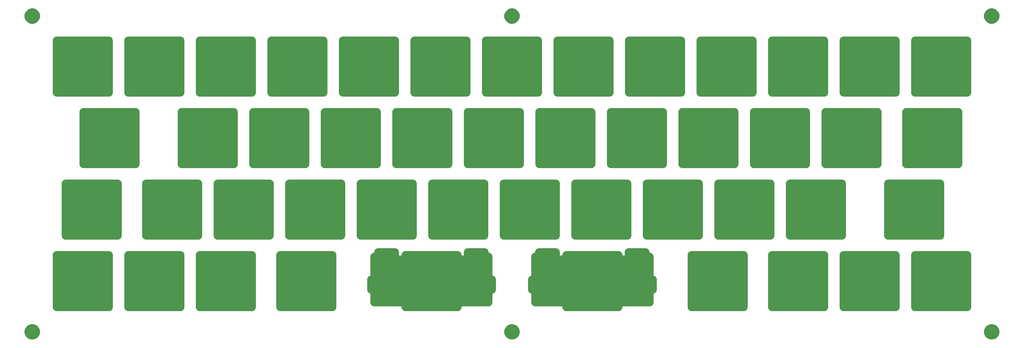
<source format=gbs>
G04 #@! TF.GenerationSoftware,KiCad,Pcbnew,(5.1.5-0-10_14)*
G04 #@! TF.CreationDate,2020-11-29T10:15:32+01:00*
G04 #@! TF.ProjectId,plate,706c6174-652e-46b6-9963-61645f706362,rev?*
G04 #@! TF.SameCoordinates,Original*
G04 #@! TF.FileFunction,Soldermask,Bot*
G04 #@! TF.FilePolarity,Negative*
%FSLAX46Y46*%
G04 Gerber Fmt 4.6, Leading zero omitted, Abs format (unit mm)*
G04 Created by KiCad (PCBNEW (5.1.5-0-10_14)) date 2020-11-29 10:15:32*
%MOMM*%
%LPD*%
G04 APERTURE LIST*
%ADD10C,2.000000*%
%ADD11C,0.100000*%
G04 APERTURE END LIST*
D10*
G36*
X258746250Y-202135000D02*
G01*
X272716250Y-202135000D01*
X272741650Y-200636400D01*
X272741650Y-200839600D01*
X274341850Y-200839600D01*
X280996650Y-200839600D01*
X280996650Y-197436000D01*
X281860250Y-197436000D01*
X281860250Y-194642000D01*
X280996650Y-194642000D01*
X280996650Y-188546000D01*
X279955250Y-188546000D01*
X279955250Y-187377600D01*
X275383250Y-187377600D01*
X275383250Y-188546000D01*
X275434050Y-189308000D01*
X274341850Y-189333400D01*
X272716250Y-189333400D01*
X272716250Y-188165000D01*
X258746250Y-188165000D01*
X258746250Y-189333400D01*
X257120650Y-189333400D01*
X256079250Y-189308000D01*
X256079250Y-188546000D01*
X256079250Y-187377600D01*
X251507250Y-187377600D01*
X251507250Y-188546000D01*
X250465850Y-188546000D01*
X250465850Y-194642000D01*
X249602250Y-194642000D01*
X249602250Y-197436000D01*
X250465850Y-197436000D01*
X250465850Y-200839600D01*
X257120650Y-200839600D01*
X259686050Y-200839600D01*
X258746250Y-200026800D01*
X258746250Y-202135000D01*
G37*
X258746250Y-202135000D02*
X272716250Y-202135000D01*
X272741650Y-200636400D01*
X272741650Y-200839600D01*
X274341850Y-200839600D01*
X280996650Y-200839600D01*
X280996650Y-197436000D01*
X281860250Y-197436000D01*
X281860250Y-194642000D01*
X280996650Y-194642000D01*
X280996650Y-188546000D01*
X279955250Y-188546000D01*
X279955250Y-187377600D01*
X275383250Y-187377600D01*
X275383250Y-188546000D01*
X275434050Y-189308000D01*
X274341850Y-189333400D01*
X272716250Y-189333400D01*
X272716250Y-188165000D01*
X258746250Y-188165000D01*
X258746250Y-189333400D01*
X257120650Y-189333400D01*
X256079250Y-189308000D01*
X256079250Y-188546000D01*
X256079250Y-187377600D01*
X251507250Y-187377600D01*
X251507250Y-188546000D01*
X250465850Y-188546000D01*
X250465850Y-194642000D01*
X249602250Y-194642000D01*
X249602250Y-197436000D01*
X250465850Y-197436000D01*
X250465850Y-200839600D01*
X257120650Y-200839600D01*
X259686050Y-200839600D01*
X258746250Y-200026800D01*
X258746250Y-202135000D01*
G36*
X215883750Y-202135000D02*
G01*
X229853750Y-202135000D01*
X229879150Y-200636400D01*
X229879150Y-200839600D01*
X231479350Y-200839600D01*
X238134150Y-200839600D01*
X238134150Y-197436000D01*
X238997750Y-197436000D01*
X238997750Y-194642000D01*
X238134150Y-194642000D01*
X238134150Y-188546000D01*
X237092750Y-188546000D01*
X237092750Y-187377600D01*
X232520750Y-187377600D01*
X232520750Y-188546000D01*
X232571550Y-189308000D01*
X231479350Y-189333400D01*
X229853750Y-189333400D01*
X229853750Y-188165000D01*
X215883750Y-188165000D01*
X215883750Y-189333400D01*
X214258150Y-189333400D01*
X213216750Y-189308000D01*
X213216750Y-188546000D01*
X213216750Y-187377600D01*
X208644750Y-187377600D01*
X208644750Y-188546000D01*
X207603350Y-188546000D01*
X207603350Y-194642000D01*
X206739750Y-194642000D01*
X206739750Y-197436000D01*
X207603350Y-197436000D01*
X207603350Y-200839600D01*
X214258150Y-200839600D01*
X216823550Y-200839600D01*
X215883750Y-200026800D01*
X215883750Y-202135000D01*
G37*
X215883750Y-202135000D02*
X229853750Y-202135000D01*
X229879150Y-200636400D01*
X229879150Y-200839600D01*
X231479350Y-200839600D01*
X238134150Y-200839600D01*
X238134150Y-197436000D01*
X238997750Y-197436000D01*
X238997750Y-194642000D01*
X238134150Y-194642000D01*
X238134150Y-188546000D01*
X237092750Y-188546000D01*
X237092750Y-187377600D01*
X232520750Y-187377600D01*
X232520750Y-188546000D01*
X232571550Y-189308000D01*
X231479350Y-189333400D01*
X229853750Y-189333400D01*
X229853750Y-188165000D01*
X215883750Y-188165000D01*
X215883750Y-189333400D01*
X214258150Y-189333400D01*
X213216750Y-189308000D01*
X213216750Y-188546000D01*
X213216750Y-187377600D01*
X208644750Y-187377600D01*
X208644750Y-188546000D01*
X207603350Y-188546000D01*
X207603350Y-194642000D01*
X206739750Y-194642000D01*
X206739750Y-197436000D01*
X207603350Y-197436000D01*
X207603350Y-200839600D01*
X214258150Y-200839600D01*
X216823550Y-200839600D01*
X215883750Y-200026800D01*
X215883750Y-202135000D01*
G36*
X344471250Y-183085000D02*
G01*
X358441250Y-183085000D01*
X358441250Y-169115000D01*
X344471250Y-169115000D01*
X344471250Y-183085000D01*
G37*
X344471250Y-183085000D02*
X358441250Y-183085000D01*
X358441250Y-169115000D01*
X344471250Y-169115000D01*
X344471250Y-183085000D01*
G36*
X130158750Y-164035000D02*
G01*
X144128750Y-164035000D01*
X144128750Y-150065000D01*
X130158750Y-150065000D01*
X130158750Y-164035000D01*
G37*
X130158750Y-164035000D02*
X144128750Y-164035000D01*
X144128750Y-150065000D01*
X130158750Y-150065000D01*
X130158750Y-164035000D01*
G36*
X292083750Y-202135000D02*
G01*
X306053750Y-202135000D01*
X306053750Y-188165000D01*
X292083750Y-188165000D01*
X292083750Y-202135000D01*
G37*
X292083750Y-202135000D02*
X306053750Y-202135000D01*
X306053750Y-188165000D01*
X292083750Y-188165000D01*
X292083750Y-202135000D01*
G36*
X125396250Y-183085000D02*
G01*
X139366250Y-183085000D01*
X139366250Y-169115000D01*
X125396250Y-169115000D01*
X125396250Y-183085000D01*
G37*
X125396250Y-183085000D02*
X139366250Y-183085000D01*
X139366250Y-169115000D01*
X125396250Y-169115000D01*
X125396250Y-183085000D01*
G36*
X349233750Y-164035000D02*
G01*
X363203750Y-164035000D01*
X363203750Y-150065000D01*
X349233750Y-150065000D01*
X349233750Y-164035000D01*
G37*
X349233750Y-164035000D02*
X363203750Y-164035000D01*
X363203750Y-150065000D01*
X349233750Y-150065000D01*
X349233750Y-164035000D01*
G36*
X182546250Y-202135000D02*
G01*
X196516250Y-202135000D01*
X196516250Y-188165000D01*
X182546250Y-188165000D01*
X182546250Y-202135000D01*
G37*
X182546250Y-202135000D02*
X196516250Y-202135000D01*
X196516250Y-188165000D01*
X182546250Y-188165000D01*
X182546250Y-202135000D01*
G36*
X184927500Y-183085000D02*
G01*
X198897500Y-183085000D01*
X198897500Y-169115000D01*
X184927500Y-169115000D01*
X184927500Y-183085000D01*
G37*
X184927500Y-183085000D02*
X198897500Y-183085000D01*
X198897500Y-169115000D01*
X184927500Y-169115000D01*
X184927500Y-183085000D01*
G36*
X223027500Y-183085000D02*
G01*
X236997500Y-183085000D01*
X236997500Y-169115000D01*
X223027500Y-169115000D01*
X223027500Y-183085000D01*
G37*
X223027500Y-183085000D02*
X236997500Y-183085000D01*
X236997500Y-169115000D01*
X223027500Y-169115000D01*
X223027500Y-183085000D01*
G36*
X332565000Y-202135000D02*
G01*
X346535000Y-202135000D01*
X346535000Y-188165000D01*
X332565000Y-188165000D01*
X332565000Y-202135000D01*
G37*
X332565000Y-202135000D02*
X346535000Y-202135000D01*
X346535000Y-188165000D01*
X332565000Y-188165000D01*
X332565000Y-202135000D01*
G36*
X299227500Y-183085000D02*
G01*
X313197500Y-183085000D01*
X313197500Y-169115000D01*
X299227500Y-169115000D01*
X299227500Y-183085000D01*
G37*
X299227500Y-183085000D02*
X313197500Y-183085000D01*
X313197500Y-169115000D01*
X299227500Y-169115000D01*
X299227500Y-183085000D01*
G36*
X346535000Y-131015000D02*
G01*
X332565000Y-131015000D01*
X332565000Y-144985000D01*
X346535000Y-144985000D01*
X346535000Y-131015000D01*
G37*
X346535000Y-131015000D02*
X332565000Y-131015000D01*
X332565000Y-144985000D01*
X346535000Y-144985000D01*
X346535000Y-131015000D01*
G36*
X351615000Y-202135000D02*
G01*
X365585000Y-202135000D01*
X365585000Y-188165000D01*
X351615000Y-188165000D01*
X351615000Y-202135000D01*
G37*
X351615000Y-202135000D02*
X365585000Y-202135000D01*
X365585000Y-188165000D01*
X351615000Y-188165000D01*
X351615000Y-202135000D01*
G36*
X313515000Y-202135000D02*
G01*
X327485000Y-202135000D01*
X327485000Y-188165000D01*
X313515000Y-188165000D01*
X313515000Y-202135000D01*
G37*
X313515000Y-202135000D02*
X327485000Y-202135000D01*
X327485000Y-188165000D01*
X313515000Y-188165000D01*
X313515000Y-202135000D01*
G36*
X161115000Y-202135000D02*
G01*
X175085000Y-202135000D01*
X175085000Y-188165000D01*
X161115000Y-188165000D01*
X161115000Y-202135000D01*
G37*
X161115000Y-202135000D02*
X175085000Y-202135000D01*
X175085000Y-188165000D01*
X161115000Y-188165000D01*
X161115000Y-202135000D01*
G36*
X142065000Y-202135000D02*
G01*
X156035000Y-202135000D01*
X156035000Y-188165000D01*
X142065000Y-188165000D01*
X142065000Y-202135000D01*
G37*
X142065000Y-202135000D02*
X156035000Y-202135000D01*
X156035000Y-188165000D01*
X142065000Y-188165000D01*
X142065000Y-202135000D01*
G36*
X123015000Y-202135000D02*
G01*
X136985000Y-202135000D01*
X136985000Y-188165000D01*
X123015000Y-188165000D01*
X123015000Y-202135000D01*
G37*
X123015000Y-202135000D02*
X136985000Y-202135000D01*
X136985000Y-188165000D01*
X123015000Y-188165000D01*
X123015000Y-202135000D01*
G36*
X318277500Y-183085000D02*
G01*
X332247500Y-183085000D01*
X332247500Y-169115000D01*
X318277500Y-169115000D01*
X318277500Y-183085000D01*
G37*
X318277500Y-183085000D02*
X332247500Y-183085000D01*
X332247500Y-169115000D01*
X318277500Y-169115000D01*
X318277500Y-183085000D01*
G36*
X280177500Y-183085000D02*
G01*
X294147500Y-183085000D01*
X294147500Y-169115000D01*
X280177500Y-169115000D01*
X280177500Y-183085000D01*
G37*
X280177500Y-183085000D02*
X294147500Y-183085000D01*
X294147500Y-169115000D01*
X280177500Y-169115000D01*
X280177500Y-183085000D01*
G36*
X261127500Y-183085000D02*
G01*
X275097500Y-183085000D01*
X275097500Y-169115000D01*
X261127500Y-169115000D01*
X261127500Y-183085000D01*
G37*
X261127500Y-183085000D02*
X275097500Y-183085000D01*
X275097500Y-169115000D01*
X261127500Y-169115000D01*
X261127500Y-183085000D01*
G36*
X242077500Y-183085000D02*
G01*
X256047500Y-183085000D01*
X256047500Y-169115000D01*
X242077500Y-169115000D01*
X242077500Y-183085000D01*
G37*
X242077500Y-183085000D02*
X256047500Y-183085000D01*
X256047500Y-169115000D01*
X242077500Y-169115000D01*
X242077500Y-183085000D01*
G36*
X203977500Y-183085000D02*
G01*
X217947500Y-183085000D01*
X217947500Y-169115000D01*
X203977500Y-169115000D01*
X203977500Y-183085000D01*
G37*
X203977500Y-183085000D02*
X217947500Y-183085000D01*
X217947500Y-169115000D01*
X203977500Y-169115000D01*
X203977500Y-183085000D01*
G36*
X165877500Y-183085000D02*
G01*
X179847500Y-183085000D01*
X179847500Y-169115000D01*
X165877500Y-169115000D01*
X165877500Y-183085000D01*
G37*
X165877500Y-183085000D02*
X179847500Y-183085000D01*
X179847500Y-169115000D01*
X165877500Y-169115000D01*
X165877500Y-183085000D01*
G36*
X146827500Y-183085000D02*
G01*
X160797500Y-183085000D01*
X160797500Y-169115000D01*
X146827500Y-169115000D01*
X146827500Y-183085000D01*
G37*
X146827500Y-183085000D02*
X160797500Y-183085000D01*
X160797500Y-169115000D01*
X146827500Y-169115000D01*
X146827500Y-183085000D01*
G36*
X327802500Y-164035000D02*
G01*
X341772500Y-164035000D01*
X341772500Y-150065000D01*
X327802500Y-150065000D01*
X327802500Y-164035000D01*
G37*
X327802500Y-164035000D02*
X341772500Y-164035000D01*
X341772500Y-150065000D01*
X327802500Y-150065000D01*
X327802500Y-164035000D01*
G36*
X308752500Y-164035000D02*
G01*
X322722500Y-164035000D01*
X322722500Y-150065000D01*
X308752500Y-150065000D01*
X308752500Y-164035000D01*
G37*
X308752500Y-164035000D02*
X322722500Y-164035000D01*
X322722500Y-150065000D01*
X308752500Y-150065000D01*
X308752500Y-164035000D01*
G36*
X289702500Y-164035000D02*
G01*
X303672500Y-164035000D01*
X303672500Y-150065000D01*
X289702500Y-150065000D01*
X289702500Y-164035000D01*
G37*
X289702500Y-164035000D02*
X303672500Y-164035000D01*
X303672500Y-150065000D01*
X289702500Y-150065000D01*
X289702500Y-164035000D01*
G36*
X270652500Y-164035000D02*
G01*
X284622500Y-164035000D01*
X284622500Y-150065000D01*
X270652500Y-150065000D01*
X270652500Y-164035000D01*
G37*
X270652500Y-164035000D02*
X284622500Y-164035000D01*
X284622500Y-150065000D01*
X270652500Y-150065000D01*
X270652500Y-164035000D01*
G36*
X251602500Y-164035000D02*
G01*
X265572500Y-164035000D01*
X265572500Y-150065000D01*
X251602500Y-150065000D01*
X251602500Y-164035000D01*
G37*
X251602500Y-164035000D02*
X265572500Y-164035000D01*
X265572500Y-150065000D01*
X251602500Y-150065000D01*
X251602500Y-164035000D01*
G36*
X232552500Y-164035000D02*
G01*
X246522500Y-164035000D01*
X246522500Y-150065000D01*
X232552500Y-150065000D01*
X232552500Y-164035000D01*
G37*
X232552500Y-164035000D02*
X246522500Y-164035000D01*
X246522500Y-150065000D01*
X232552500Y-150065000D01*
X232552500Y-164035000D01*
G36*
X213502500Y-164035000D02*
G01*
X227472500Y-164035000D01*
X227472500Y-150065000D01*
X213502500Y-150065000D01*
X213502500Y-164035000D01*
G37*
X213502500Y-164035000D02*
X227472500Y-164035000D01*
X227472500Y-150065000D01*
X213502500Y-150065000D01*
X213502500Y-164035000D01*
G36*
X194452500Y-164035000D02*
G01*
X208422500Y-164035000D01*
X208422500Y-150065000D01*
X194452500Y-150065000D01*
X194452500Y-164035000D01*
G37*
X194452500Y-164035000D02*
X208422500Y-164035000D01*
X208422500Y-150065000D01*
X194452500Y-150065000D01*
X194452500Y-164035000D01*
G36*
X175402500Y-164035000D02*
G01*
X189372500Y-164035000D01*
X189372500Y-150065000D01*
X175402500Y-150065000D01*
X175402500Y-164035000D01*
G37*
X175402500Y-164035000D02*
X189372500Y-164035000D01*
X189372500Y-150065000D01*
X175402500Y-150065000D01*
X175402500Y-164035000D01*
G36*
X156352500Y-164035000D02*
G01*
X170322500Y-164035000D01*
X170322500Y-150065000D01*
X156352500Y-150065000D01*
X156352500Y-164035000D01*
G37*
X156352500Y-164035000D02*
X170322500Y-164035000D01*
X170322500Y-150065000D01*
X156352500Y-150065000D01*
X156352500Y-164035000D01*
G36*
X365585000Y-131015000D02*
G01*
X351615000Y-131015000D01*
X351615000Y-144985000D01*
X365585000Y-144985000D01*
X365585000Y-131015000D01*
G37*
X365585000Y-131015000D02*
X351615000Y-131015000D01*
X351615000Y-144985000D01*
X365585000Y-144985000D01*
X365585000Y-131015000D01*
G36*
X313515000Y-144985000D02*
G01*
X327485000Y-144985000D01*
X327485000Y-131015000D01*
X313515000Y-131015000D01*
X313515000Y-144985000D01*
G37*
X313515000Y-144985000D02*
X327485000Y-144985000D01*
X327485000Y-131015000D01*
X313515000Y-131015000D01*
X313515000Y-144985000D01*
G36*
X294465000Y-144985000D02*
G01*
X308435000Y-144985000D01*
X308435000Y-131015000D01*
X294465000Y-131015000D01*
X294465000Y-144985000D01*
G37*
X294465000Y-144985000D02*
X308435000Y-144985000D01*
X308435000Y-131015000D01*
X294465000Y-131015000D01*
X294465000Y-144985000D01*
G36*
X275415000Y-144985000D02*
G01*
X289385000Y-144985000D01*
X289385000Y-131015000D01*
X275415000Y-131015000D01*
X275415000Y-144985000D01*
G37*
X275415000Y-144985000D02*
X289385000Y-144985000D01*
X289385000Y-131015000D01*
X275415000Y-131015000D01*
X275415000Y-144985000D01*
G36*
X256365000Y-144985000D02*
G01*
X270335000Y-144985000D01*
X270335000Y-131015000D01*
X256365000Y-131015000D01*
X256365000Y-144985000D01*
G37*
X256365000Y-144985000D02*
X270335000Y-144985000D01*
X270335000Y-131015000D01*
X256365000Y-131015000D01*
X256365000Y-144985000D01*
G36*
X237315000Y-144985000D02*
G01*
X251285000Y-144985000D01*
X251285000Y-131015000D01*
X237315000Y-131015000D01*
X237315000Y-144985000D01*
G37*
X237315000Y-144985000D02*
X251285000Y-144985000D01*
X251285000Y-131015000D01*
X237315000Y-131015000D01*
X237315000Y-144985000D01*
G36*
X218265000Y-144985000D02*
G01*
X232235000Y-144985000D01*
X232235000Y-131015000D01*
X218265000Y-131015000D01*
X218265000Y-144985000D01*
G37*
X218265000Y-144985000D02*
X232235000Y-144985000D01*
X232235000Y-131015000D01*
X218265000Y-131015000D01*
X218265000Y-144985000D01*
G36*
X199215000Y-144985000D02*
G01*
X213185000Y-144985000D01*
X213185000Y-131015000D01*
X199215000Y-131015000D01*
X199215000Y-144985000D01*
G37*
X199215000Y-144985000D02*
X213185000Y-144985000D01*
X213185000Y-131015000D01*
X199215000Y-131015000D01*
X199215000Y-144985000D01*
G36*
X180165000Y-144985000D02*
G01*
X194135000Y-144985000D01*
X194135000Y-131015000D01*
X180165000Y-131015000D01*
X180165000Y-144985000D01*
G37*
X180165000Y-144985000D02*
X194135000Y-144985000D01*
X194135000Y-131015000D01*
X180165000Y-131015000D01*
X180165000Y-144985000D01*
G36*
X161115000Y-144985000D02*
G01*
X175085000Y-144985000D01*
X175085000Y-131015000D01*
X161115000Y-131015000D01*
X161115000Y-144985000D01*
G37*
X161115000Y-144985000D02*
X175085000Y-144985000D01*
X175085000Y-131015000D01*
X161115000Y-131015000D01*
X161115000Y-144985000D01*
G36*
X142065000Y-144985000D02*
G01*
X156035000Y-144985000D01*
X156035000Y-131015000D01*
X142065000Y-131015000D01*
X142065000Y-144985000D01*
G37*
X142065000Y-144985000D02*
X156035000Y-144985000D01*
X156035000Y-131015000D01*
X142065000Y-131015000D01*
X142065000Y-144985000D01*
G36*
X136985000Y-131015000D02*
G01*
X123015000Y-131015000D01*
X123015000Y-144985000D01*
X136985000Y-144985000D01*
X136985000Y-131015000D01*
G37*
X136985000Y-131015000D02*
X123015000Y-131015000D01*
X123015000Y-144985000D01*
X136985000Y-144985000D01*
X136985000Y-131015000D01*
D11*
G36*
X372667754Y-206648318D02*
G01*
X373041011Y-206802926D01*
X373041013Y-206802927D01*
X373376936Y-207027384D01*
X373662616Y-207313064D01*
X373887074Y-207648989D01*
X374041682Y-208022246D01*
X374120500Y-208418493D01*
X374120500Y-208822507D01*
X374041682Y-209218754D01*
X373887074Y-209592011D01*
X373887073Y-209592013D01*
X373662616Y-209927936D01*
X373376936Y-210213616D01*
X373041013Y-210438073D01*
X373041012Y-210438074D01*
X373041011Y-210438074D01*
X372667754Y-210592682D01*
X372271507Y-210671500D01*
X371867493Y-210671500D01*
X371471246Y-210592682D01*
X371097989Y-210438074D01*
X371097988Y-210438074D01*
X371097987Y-210438073D01*
X370762064Y-210213616D01*
X370476384Y-209927936D01*
X370251927Y-209592013D01*
X370251926Y-209592011D01*
X370097318Y-209218754D01*
X370018500Y-208822507D01*
X370018500Y-208418493D01*
X370097318Y-208022246D01*
X370251926Y-207648989D01*
X370476384Y-207313064D01*
X370762064Y-207027384D01*
X371097987Y-206802927D01*
X371097989Y-206802926D01*
X371471246Y-206648318D01*
X371867493Y-206569500D01*
X372271507Y-206569500D01*
X372667754Y-206648318D01*
G37*
G36*
X244914504Y-206648318D02*
G01*
X245287761Y-206802926D01*
X245287763Y-206802927D01*
X245623686Y-207027384D01*
X245909366Y-207313064D01*
X246133824Y-207648989D01*
X246288432Y-208022246D01*
X246367250Y-208418493D01*
X246367250Y-208822507D01*
X246288432Y-209218754D01*
X246133824Y-209592011D01*
X246133823Y-209592013D01*
X245909366Y-209927936D01*
X245623686Y-210213616D01*
X245287763Y-210438073D01*
X245287762Y-210438074D01*
X245287761Y-210438074D01*
X244914504Y-210592682D01*
X244518257Y-210671500D01*
X244114243Y-210671500D01*
X243717996Y-210592682D01*
X243344739Y-210438074D01*
X243344738Y-210438074D01*
X243344737Y-210438073D01*
X243008814Y-210213616D01*
X242723134Y-209927936D01*
X242498677Y-209592013D01*
X242498676Y-209592011D01*
X242344068Y-209218754D01*
X242265250Y-208822507D01*
X242265250Y-208418493D01*
X242344068Y-208022246D01*
X242498676Y-207648989D01*
X242723134Y-207313064D01*
X243008814Y-207027384D01*
X243344737Y-206802927D01*
X243344739Y-206802926D01*
X243717996Y-206648318D01*
X244114243Y-206569500D01*
X244518257Y-206569500D01*
X244914504Y-206648318D01*
G37*
G36*
X117161254Y-206648318D02*
G01*
X117534511Y-206802926D01*
X117534513Y-206802927D01*
X117870436Y-207027384D01*
X118156116Y-207313064D01*
X118380574Y-207648989D01*
X118535182Y-208022246D01*
X118614000Y-208418493D01*
X118614000Y-208822507D01*
X118535182Y-209218754D01*
X118380574Y-209592011D01*
X118380573Y-209592013D01*
X118156116Y-209927936D01*
X117870436Y-210213616D01*
X117534513Y-210438073D01*
X117534512Y-210438074D01*
X117534511Y-210438074D01*
X117161254Y-210592682D01*
X116765007Y-210671500D01*
X116360993Y-210671500D01*
X115964746Y-210592682D01*
X115591489Y-210438074D01*
X115591488Y-210438074D01*
X115591487Y-210438073D01*
X115255564Y-210213616D01*
X114969884Y-209927936D01*
X114745427Y-209592013D01*
X114745426Y-209592011D01*
X114590818Y-209218754D01*
X114512000Y-208822507D01*
X114512000Y-208418493D01*
X114590818Y-208022246D01*
X114745426Y-207648989D01*
X114969884Y-207313064D01*
X115255564Y-207027384D01*
X115591487Y-206802927D01*
X115591489Y-206802926D01*
X115964746Y-206648318D01*
X116360993Y-206569500D01*
X116765007Y-206569500D01*
X117161254Y-206648318D01*
G37*
G36*
X372667754Y-122528318D02*
G01*
X373041011Y-122682926D01*
X373041013Y-122682927D01*
X373376936Y-122907384D01*
X373662616Y-123193064D01*
X373887074Y-123528989D01*
X374041682Y-123902246D01*
X374120500Y-124298493D01*
X374120500Y-124702507D01*
X374041682Y-125098754D01*
X373887074Y-125472011D01*
X373887073Y-125472013D01*
X373662616Y-125807936D01*
X373376936Y-126093616D01*
X373041013Y-126318073D01*
X373041012Y-126318074D01*
X373041011Y-126318074D01*
X372667754Y-126472682D01*
X372271507Y-126551500D01*
X371867493Y-126551500D01*
X371471246Y-126472682D01*
X371097989Y-126318074D01*
X371097988Y-126318074D01*
X371097987Y-126318073D01*
X370762064Y-126093616D01*
X370476384Y-125807936D01*
X370251927Y-125472013D01*
X370251926Y-125472011D01*
X370097318Y-125098754D01*
X370018500Y-124702507D01*
X370018500Y-124298493D01*
X370097318Y-123902246D01*
X370251926Y-123528989D01*
X370476384Y-123193064D01*
X370762064Y-122907384D01*
X371097987Y-122682927D01*
X371097989Y-122682926D01*
X371471246Y-122528318D01*
X371867493Y-122449500D01*
X372271507Y-122449500D01*
X372667754Y-122528318D01*
G37*
G36*
X244914504Y-122528318D02*
G01*
X245287761Y-122682926D01*
X245287763Y-122682927D01*
X245623686Y-122907384D01*
X245909366Y-123193064D01*
X246133824Y-123528989D01*
X246288432Y-123902246D01*
X246367250Y-124298493D01*
X246367250Y-124702507D01*
X246288432Y-125098754D01*
X246133824Y-125472011D01*
X246133823Y-125472013D01*
X245909366Y-125807936D01*
X245623686Y-126093616D01*
X245287763Y-126318073D01*
X245287762Y-126318074D01*
X245287761Y-126318074D01*
X244914504Y-126472682D01*
X244518257Y-126551500D01*
X244114243Y-126551500D01*
X243717996Y-126472682D01*
X243344739Y-126318074D01*
X243344738Y-126318074D01*
X243344737Y-126318073D01*
X243008814Y-126093616D01*
X242723134Y-125807936D01*
X242498677Y-125472013D01*
X242498676Y-125472011D01*
X242344068Y-125098754D01*
X242265250Y-124702507D01*
X242265250Y-124298493D01*
X242344068Y-123902246D01*
X242498676Y-123528989D01*
X242723134Y-123193064D01*
X243008814Y-122907384D01*
X243344737Y-122682927D01*
X243344739Y-122682926D01*
X243717996Y-122528318D01*
X244114243Y-122449500D01*
X244518257Y-122449500D01*
X244914504Y-122528318D01*
G37*
G36*
X117161254Y-122528318D02*
G01*
X117534511Y-122682926D01*
X117534513Y-122682927D01*
X117870436Y-122907384D01*
X118156116Y-123193064D01*
X118380574Y-123528989D01*
X118535182Y-123902246D01*
X118614000Y-124298493D01*
X118614000Y-124702507D01*
X118535182Y-125098754D01*
X118380574Y-125472011D01*
X118380573Y-125472013D01*
X118156116Y-125807936D01*
X117870436Y-126093616D01*
X117534513Y-126318073D01*
X117534512Y-126318074D01*
X117534511Y-126318074D01*
X117161254Y-126472682D01*
X116765007Y-126551500D01*
X116360993Y-126551500D01*
X115964746Y-126472682D01*
X115591489Y-126318074D01*
X115591488Y-126318074D01*
X115591487Y-126318073D01*
X115255564Y-126093616D01*
X114969884Y-125807936D01*
X114745427Y-125472013D01*
X114745426Y-125472011D01*
X114590818Y-125098754D01*
X114512000Y-124702507D01*
X114512000Y-124298493D01*
X114590818Y-123902246D01*
X114745426Y-123528989D01*
X114969884Y-123193064D01*
X115255564Y-122907384D01*
X115591487Y-122682927D01*
X115591489Y-122682926D01*
X115964746Y-122528318D01*
X116360993Y-122449500D01*
X116765007Y-122449500D01*
X117161254Y-122528318D01*
G37*
M02*

</source>
